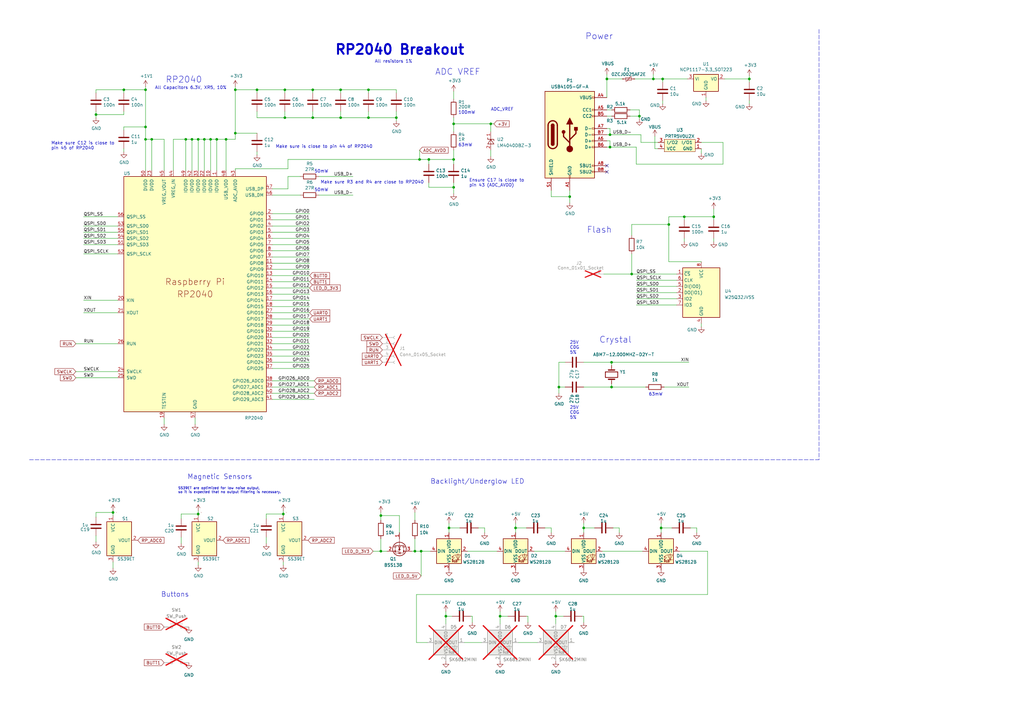
<source format=kicad_sch>
(kicad_sch (version 20230121) (generator eeschema)
  (paper "A3")
  (title_block (title "RP2040 Minimal Design Example") (date "2020-12-18") (rev "REV1") (company "Raspberry Pi (Trading) Ltd"))
  (junction (at 172.085 65.405))
  (junction (at 59.69 36.83))
  (junction (at 250.825 158.75))
  (junction (at 184.15 216.535))
  (junction (at 162.56 48.26))
  (junction (at 46.355 210.185))
  (junction (at 280.67 88.9))
  (junction (at 262.255 47.625))
  (junction (at 96.52 54.61))
  (junction (at 186.055 50.8))
  (junction (at 233.68 80.645))
  (junction (at 205.105 252.73))
  (junction (at 151.13 48.26))
  (junction (at 116.205 210.82))
  (junction (at 267.97 32.385))
  (junction (at 211.455 216.535))
  (junction (at 50.8 36.83))
  (junction (at 86.36 57.15))
  (junction (at 201.295 50.8))
  (junction (at 186.055 65.405))
  (junction (at 271.145 216.535))
  (junction (at 76.2 57.15))
  (junction (at 116.84 48.26))
  (junction (at 271.78 32.385))
  (junction (at 83.82 57.15))
  (junction (at 62.23 57.15))
  (junction (at 156.21 226.06))
  (junction (at 248.92 32.385))
  (junction (at 292.735 88.9))
  (junction (at 92.71 57.15))
  (junction (at 307.34 32.385))
  (junction (at 151.13 36.83))
  (junction (at 250.19 60.325))
  (junction (at 59.69 57.15))
  (junction (at 156.21 211.455))
  (junction (at 96.52 36.83))
  (junction (at 88.9 57.15))
  (junction (at 274.32 92.075))
  (junction (at 59.69 52.07))
  (junction (at 78.74 57.15))
  (junction (at 81.28 57.15))
  (junction (at 81.28 210.82))
  (junction (at 250.825 148.59))
  (junction (at 170.18 226.06))
  (junction (at 250.19 55.245))
  (junction (at 172.72 226.06))
  (junction (at 128.27 36.83))
  (junction (at 229.235 158.75))
  (junction (at 128.27 48.26))
  (junction (at 39.37 46.99))
  (junction (at 227.965 252.73))
  (junction (at 259.08 112.395))
  (junction (at 116.84 36.83))
  (junction (at 105.41 36.83))
  (junction (at 239.395 216.535))
  (junction (at 139.7 48.26))
  (junction (at 175.895 65.405))
  (junction (at 186.055 76.835))
  (junction (at 182.88 252.73))
  (junction (at 139.7 36.83))
  (no_connect (at 248.92 67.945))
  (no_connect (at 248.92 70.485))
  (wire (pts (xy 290.195 226.06) (xy 278.765 226.06)))
  (wire (pts (xy 34.29 100.33) (xy 48.26 100.33)))
  (wire (pts (xy 269.875 60.96) (xy 268.605 60.96)))
  (wire (pts (xy 92.71 69.85) (xy 92.71 57.15)))
  (wire (pts (xy 74.295 220.345) (xy 74.295 222.885)))
  (wire (pts (xy 116.205 210.82) (xy 109.22 210.82)))
  (wire (pts (xy 46.355 230.505) (xy 46.355 233.045)))
  (wire (pts (xy 191.77 226.06) (xy 203.835 226.06)))
  (wire (pts (xy 48.26 128.27) (xy 34.29 128.27)))
  (wire (pts (xy 59.69 36.83) (xy 59.69 52.07)))
  (wire (pts (xy 48.26 104.14) (xy 34.29 104.14)))
  (wire (pts (xy 281.94 32.385) (xy 271.78 32.385)))
  (wire (pts (xy 39.37 36.83) (xy 50.8 36.83)))
  (wire (pts (xy 170.18 226.06) (xy 172.72 226.06)))
  (wire (pts (xy 96.52 35.56) (xy 96.52 36.83)))
  (wire (pts (xy 239.395 216.535) (xy 243.84 216.535)))
  (wire (pts (xy 128.27 36.83) (xy 139.7 36.83)))
  (wire (pts (xy 250.825 157.48) (xy 250.825 158.75)))
  (wire (pts (xy 260.35 32.385) (xy 267.97 32.385)))
  (wire (pts (xy 50.8 60.96) (xy 50.8 62.23)))
  (wire (pts (xy 50.8 52.07) (xy 59.69 52.07)))
  (wire (pts (xy 292.735 90.17) (xy 292.735 88.9)))
  (wire (pts (xy 111.76 151.13) (xy 127 151.13)))
  (wire (pts (xy 111.76 140.97) (xy 127 140.97)))
  (wire (pts (xy 292.735 88.9) (xy 280.67 88.9)))
  (wire (pts (xy 239.395 148.59) (xy 250.825 148.59)))
  (wire (pts (xy 81.28 57.15) (xy 83.82 57.15)))
  (wire (pts (xy 139.7 45.72) (xy 139.7 48.26)))
  (wire (pts (xy 227.965 252.73) (xy 231.14 252.73)))
  (wire (pts (xy 205.105 252.73) (xy 205.105 250.825)))
  (wire (pts (xy 250.825 45.085) (xy 248.92 45.085)))
  (wire (pts (xy 105.41 36.83) (xy 116.84 36.83)))
  (wire (pts (xy 172.72 226.06) (xy 176.53 226.06)))
  (wire (pts (xy 274.32 92.075) (xy 274.32 88.9)))
  (wire (pts (xy 48.26 88.9) (xy 34.29 88.9)))
  (wire (pts (xy 170.18 210.185) (xy 170.18 213.36)))
  (wire (pts (xy 250.825 158.75) (xy 264.795 158.75)))
  (wire (pts (xy 186.055 74.93) (xy 186.055 76.835)))
  (wire (pts (xy 46.355 209.55) (xy 46.355 210.185)))
  (wire (pts (xy 118.11 69.215) (xy 118.11 65.405)))
  (wire (pts (xy 297.18 32.385) (xy 307.34 32.385)))
  (wire (pts (xy 34.29 123.19) (xy 48.26 123.19)))
  (wire (pts (xy 250.19 60.325) (xy 260.985 60.325)))
  (wire (pts (xy 271.145 216.535) (xy 275.59 216.535)))
  (wire (pts (xy 88.9 57.15) (xy 92.71 57.15)))
  (wire (pts (xy 186.055 50.8) (xy 201.295 50.8)))
  (wire (pts (xy 81.28 69.85) (xy 81.28 57.15)))
  (wire (pts (xy 156.21 226.06) (xy 158.75 226.06)))
  (wire (pts (xy 111.76 120.65) (xy 127 120.65)))
  (wire (pts (xy 184.15 216.535) (xy 184.15 218.44)))
  (wire (pts (xy 116.84 48.26) (xy 105.41 48.26)))
  (wire (pts (xy 59.69 57.15) (xy 59.69 69.85)))
  (wire (pts (xy 116.205 210.82) (xy 116.205 211.455)))
  (wire (pts (xy 111.76 138.43) (xy 127 138.43)))
  (wire (pts (xy 111.76 92.71) (xy 127 92.71)))
  (wire (pts (xy 172.72 236.22) (xy 172.72 226.06)))
  (wire (pts (xy 111.76 118.11) (xy 127 118.11)))
  (wire (pts (xy 250.19 55.245) (xy 262.89 55.245)))
  (wire (pts (xy 248.92 47.625) (xy 250.825 47.625)))
  (wire (pts (xy 262.89 58.42) (xy 262.89 55.245)))
  (wire (pts (xy 233.68 80.645) (xy 233.68 83.185)))
  (wire (pts (xy 267.97 32.385) (xy 271.78 32.385)))
  (wire (pts (xy 96.52 54.61) (xy 105.41 54.61)))
  (wire (pts (xy 182.88 252.73) (xy 185.42 252.73)))
  (wire (pts (xy 128.27 38.1) (xy 128.27 36.83)))
  (wire (pts (xy 250.19 52.705) (xy 250.19 55.245)))
  (wire (pts (xy 219.075 226.06) (xy 231.775 226.06)))
  (wire (pts (xy 76.2 69.85) (xy 76.2 57.15)))
  (polyline (pts (xy 335.915 12.065) (xy 335.915 188.595)) (stroke (width 0) (type dash)))
  (wire (pts (xy 116.84 45.72) (xy 116.84 48.26)))
  (wire (pts (xy 96.52 36.83) (xy 96.52 54.61)))
  (wire (pts (xy 81.28 209.55) (xy 81.28 210.82)))
  (wire (pts (xy 250.825 149.86) (xy 250.825 148.59)))
  (wire (pts (xy 231.775 158.75) (xy 229.235 158.75)))
  (wire (pts (xy 198.755 216.535) (xy 198.755 218.44)))
  (wire (pts (xy 156.21 210.185) (xy 156.21 211.455)))
  (wire (pts (xy 186.055 65.405) (xy 186.055 67.31)))
  (wire (pts (xy 287.655 132.715) (xy 287.655 133.985)))
  (wire (pts (xy 170.18 220.98) (xy 170.18 226.06)))
  (wire (pts (xy 105.41 38.1) (xy 105.41 36.83)))
  (wire (pts (xy 248.92 32.385) (xy 248.92 40.005)))
  (wire (pts (xy 62.23 69.85) (xy 62.23 57.15)))
  (wire (pts (xy 254 216.535) (xy 251.46 216.535)))
  (wire (pts (xy 109.22 220.345) (xy 109.22 222.885)))
  (wire (pts (xy 216.535 252.73) (xy 216.535 255.27)))
  (wire (pts (xy 92.71 57.15) (xy 96.52 57.15)))
  (wire (pts (xy 262.255 47.625) (xy 262.255 48.895)))
  (wire (pts (xy 168.91 226.06) (xy 170.18 226.06)))
  (wire (pts (xy 34.29 92.71) (xy 48.26 92.71)))
  (wire (pts (xy 184.15 214.63) (xy 184.15 216.535)))
  (wire (pts (xy 248.92 30.48) (xy 248.92 32.385)))
  (wire (pts (xy 267.97 30.48) (xy 267.97 32.385)))
  (wire (pts (xy 83.82 57.15) (xy 86.36 57.15)))
  (wire (pts (xy 111.76 87.63) (xy 127 87.63)))
  (wire (pts (xy 88.9 57.15) (xy 88.9 69.85)))
  (wire (pts (xy 111.76 107.95) (xy 127 107.95)))
  (wire (pts (xy 172.085 61.595) (xy 172.085 65.405)))
  (wire (pts (xy 307.34 41.275) (xy 307.34 42.545)))
  (wire (pts (xy 162.56 38.1) (xy 162.56 36.83)))
  (wire (pts (xy 170.815 243.84) (xy 290.195 243.84)))
  (wire (pts (xy 227.965 252.73) (xy 227.965 250.825)))
  (wire (pts (xy 130.81 80.01) (xy 144.78 80.01)))
  (wire (pts (xy 247.65 112.395) (xy 259.08 112.395)))
  (wire (pts (xy 111.76 133.35) (xy 127 133.35)))
  (wire (pts (xy 271.78 41.275) (xy 271.78 42.545)))
  (wire (pts (xy 269.875 58.42) (xy 262.89 58.42)))
  (wire (pts (xy 111.76 105.41) (xy 127 105.41)))
  (wire (pts (xy 81.28 210.82) (xy 74.295 210.82)))
  (wire (pts (xy 34.29 95.25) (xy 48.26 95.25)))
  (wire (pts (xy 151.13 38.1) (xy 151.13 36.83)))
  (wire (pts (xy 250.19 60.325) (xy 250.19 57.785)))
  (wire (pts (xy 118.11 72.39) (xy 123.19 72.39)))
  (wire (pts (xy 67.31 69.85) (xy 67.31 57.15)))
  (wire (pts (xy 151.13 45.72) (xy 151.13 48.26)))
  (wire (pts (xy 111.76 130.81) (xy 127 130.81)))
  (wire (pts (xy 80.01 171.45) (xy 80.01 173.99)))
  (wire (pts (xy 111.76 128.27) (xy 127 128.27)))
  (wire (pts (xy 259.08 104.14) (xy 259.08 112.395)))
  (wire (pts (xy 201.295 50.8) (xy 201.295 53.975)))
  (wire (pts (xy 39.37 46.99) (xy 39.37 48.26)))
  (wire (pts (xy 280.67 88.9) (xy 274.32 88.9)))
  (wire (pts (xy 186.055 61.595) (xy 186.055 65.405)))
  (wire (pts (xy 229.235 148.59) (xy 229.235 158.75)))
  (wire (pts (xy 31.115 140.97) (xy 48.26 140.97)))
  (wire (pts (xy 39.37 46.99) (xy 50.8 46.99)))
  (wire (pts (xy 287.655 60.96) (xy 287.655 62.865)))
  (wire (pts (xy 111.76 125.73) (xy 127 125.73)))
  (polyline (pts (xy 12.065 188.595) (xy 335.915 188.595)) (stroke (width 0) (type dash)))
  (wire (pts (xy 111.76 115.57) (xy 127 115.57)))
  (wire (pts (xy 78.74 57.15) (xy 81.28 57.15)))
  (wire (pts (xy 285.75 216.535) (xy 283.21 216.535)))
  (wire (pts (xy 227.965 255.905) (xy 227.965 252.73)))
  (wire (pts (xy 39.37 219.71) (xy 39.37 222.25)))
  (wire (pts (xy 151.13 48.26) (xy 162.56 48.26)))
  (wire (pts (xy 268.605 60.96) (xy 268.605 55.88)))
  (wire (pts (xy 31.115 152.4) (xy 48.26 152.4)))
  (wire (pts (xy 212.725 263.525) (xy 220.345 263.525)))
  (wire (pts (xy 163.83 211.455) (xy 156.21 211.455)))
  (wire (pts (xy 277.495 117.475) (xy 260.985 117.475)))
  (wire (pts (xy 211.455 214.63) (xy 211.455 216.535)))
  (wire (pts (xy 105.41 45.72) (xy 105.41 48.26)))
  (wire (pts (xy 71.12 57.15) (xy 76.2 57.15)))
  (wire (pts (xy 198.755 216.535) (xy 196.215 216.535)))
  (wire (pts (xy 205.105 252.73) (xy 208.28 252.73)))
  (wire (pts (xy 262.255 45.085) (xy 262.255 47.625)))
  (wire (pts (xy 74.295 210.82) (xy 74.295 212.725)))
  (wire (pts (xy 175.895 65.405) (xy 186.055 65.405)))
  (wire (pts (xy 193.675 252.73) (xy 193.675 255.27)))
  (wire (pts (xy 239.395 158.75) (xy 250.825 158.75)))
  (wire (pts (xy 215.9 252.73) (xy 216.535 252.73)))
  (wire (pts (xy 151.13 36.83) (xy 162.56 36.83)))
  (wire (pts (xy 231.775 148.59) (xy 229.235 148.59)))
  (wire (pts (xy 186.055 48.26) (xy 186.055 50.8)))
  (wire (pts (xy 130.81 72.39) (xy 144.78 72.39)))
  (wire (pts (xy 280.67 90.17) (xy 280.67 88.9)))
  (wire (pts (xy 307.34 32.385) (xy 307.34 31.115)))
  (wire (pts (xy 292.735 85.725) (xy 292.735 88.9)))
  (wire (pts (xy 111.76 156.21) (xy 128.905 156.21)))
  (wire (pts (xy 170.815 263.525) (xy 175.26 263.525)))
  (wire (pts (xy 260.985 125.095) (xy 277.495 125.095)))
  (wire (pts (xy 111.76 100.33) (xy 127 100.33)))
  (wire (pts (xy 59.69 35.56) (xy 59.69 36.83)))
  (wire (pts (xy 170.815 243.84) (xy 170.815 263.525)))
  (wire (pts (xy 46.355 210.185) (xy 46.355 211.455)))
  (wire (pts (xy 96.52 69.215) (xy 96.52 69.85)))
  (wire (pts (xy 139.7 48.26) (xy 128.27 48.26)))
  (wire (pts (xy 153.035 226.06) (xy 156.21 226.06)))
  (wire (pts (xy 111.76 163.83) (xy 128.905 163.83)))
  (wire (pts (xy 111.76 158.75) (xy 128.905 158.75)))
  (wire (pts (xy 175.895 65.405) (xy 175.895 67.31)))
  (wire (pts (xy 111.76 113.03) (xy 127 113.03)))
  (wire (pts (xy 39.37 45.72) (xy 39.37 46.99)))
  (wire (pts (xy 163.83 218.44) (xy 163.83 211.455)))
  (wire (pts (xy 229.235 158.75) (xy 229.235 161.29)))
  (wire (pts (xy 116.205 209.55) (xy 116.205 210.82)))
  (wire (pts (xy 186.055 37.465) (xy 186.055 40.64)))
  (wire (pts (xy 105.41 63.5) (xy 105.41 62.23)))
  (wire (pts (xy 205.105 255.905) (xy 205.105 252.73)))
  (wire (pts (xy 239.395 252.73) (xy 239.395 255.27)))
  (wire (pts (xy 239.395 216.535) (xy 239.395 218.44)))
  (wire (pts (xy 307.34 33.655) (xy 307.34 32.385)))
  (wire (pts (xy 111.76 97.79) (xy 127 97.79)))
  (wire (pts (xy 186.055 50.8) (xy 186.055 53.975)))
  (wire (pts (xy 260.985 122.555) (xy 277.495 122.555)))
  (wire (pts (xy 31.115 154.94) (xy 48.26 154.94)))
  (wire (pts (xy 111.76 161.29) (xy 128.905 161.29)))
  (wire (pts (xy 39.37 38.1) (xy 39.37 36.83)))
  (wire (pts (xy 271.78 33.655) (xy 271.78 32.385)))
  (wire (pts (xy 184.15 216.535) (xy 188.595 216.535)))
  (wire (pts (xy 86.36 69.85) (xy 86.36 57.15)))
  (wire (pts (xy 111.76 90.17) (xy 127 90.17)))
  (wire (pts (xy 239.395 214.63) (xy 239.395 216.535)))
  (wire (pts (xy 59.69 52.07) (xy 59.69 57.15)))
  (wire (pts (xy 271.145 216.535) (xy 271.145 218.44)))
  (wire (pts (xy 50.8 36.83) (xy 59.69 36.83)))
  (wire (pts (xy 211.455 216.535) (xy 215.9 216.535)))
  (wire (pts (xy 226.06 78.105) (xy 226.06 80.645)))
  (wire (pts (xy 116.84 36.83) (xy 128.27 36.83)))
  (wire (pts (xy 233.68 78.105) (xy 233.68 80.645)))
  (wire (pts (xy 287.655 58.42) (xy 296.545 58.42)))
  (wire (pts (xy 226.06 80.645) (xy 233.68 80.645)))
  (wire (pts (xy 118.11 72.39) (xy 118.11 77.47)))
  (wire (pts (xy 247.015 226.06) (xy 263.525 226.06)))
  (wire (pts (xy 162.56 48.26) (xy 162.56 49.53)))
  (wire (pts (xy 96.52 54.61) (xy 96.52 57.15)))
  (wire (pts (xy 248.92 32.385) (xy 255.27 32.385)))
  (wire (pts (xy 111.76 110.49) (xy 127 110.49)))
  (wire (pts (xy 258.445 47.625) (xy 262.255 47.625)))
  (wire (pts (xy 182.88 252.73) (xy 182.88 250.825)))
  (wire (pts (xy 118.11 65.405) (xy 172.085 65.405)))
  (wire (pts (xy 111.76 80.01) (xy 123.19 80.01)))
  (wire (pts (xy 67.31 57.15) (xy 62.23 57.15)))
  (wire (pts (xy 274.32 92.075) (xy 274.32 107.315)))
  (wire (pts (xy 274.32 107.315) (xy 287.655 107.315)))
  (wire (pts (xy 250.825 148.59) (xy 282.575 148.59)))
  (wire (pts (xy 78.74 69.85) (xy 78.74 57.15)))
  (wire (pts (xy 67.31 171.45) (xy 67.31 173.99)))
  (wire (pts (xy 111.76 77.47) (xy 118.11 77.47)))
  (wire (pts (xy 81.28 231.775) (xy 81.28 230.505)))
  (wire (pts (xy 162.56 45.72) (xy 162.56 48.26)))
  (wire (pts (xy 248.92 52.705) (xy 250.19 52.705)))
  (wire (pts (xy 139.7 38.1) (xy 139.7 36.83)))
  (wire (pts (xy 116.84 38.1) (xy 116.84 36.83)))
  (wire (pts (xy 111.76 123.19) (xy 127 123.19)))
  (wire (pts (xy 211.455 216.535) (xy 211.455 218.44)))
  (wire (pts (xy 111.76 146.05) (xy 127 146.05)))
  (wire (pts (xy 260.985 114.935) (xy 277.495 114.935)))
  (wire (pts (xy 111.76 102.87) (xy 127 102.87)))
  (wire (pts (xy 128.27 45.72) (xy 128.27 48.26)))
  (wire (pts (xy 290.195 226.06) (xy 290.195 243.84)))
  (wire (pts (xy 296.545 58.42) (xy 296.545 67.31)))
  (wire (pts (xy 50.8 38.1) (xy 50.8 36.83)))
  (wire (pts (xy 172.085 65.405) (xy 175.895 65.405)))
  (wire (pts (xy 156.21 211.455) (xy 156.21 213.36)))
  (wire (pts (xy 34.29 97.79) (xy 48.26 97.79)))
  (wire (pts (xy 272.415 158.75) (xy 282.575 158.75)))
  (wire (pts (xy 111.76 95.25) (xy 127 95.25)))
  (wire (pts (xy 175.895 74.93) (xy 175.895 76.835)))
  (wire (pts (xy 111.76 135.89) (xy 127 135.89)))
  (wire (pts (xy 182.88 255.905) (xy 182.88 252.73)))
  (wire (pts (xy 62.23 57.15) (xy 59.69 57.15)))
  (wire (pts (xy 156.21 220.98) (xy 156.21 226.06)))
  (wire (pts (xy 259.08 92.075) (xy 259.08 96.52)))
  (wire (pts (xy 259.08 112.395) (xy 277.495 112.395)))
  (wire (pts (xy 111.76 148.59) (xy 127 148.59)))
  (wire (pts (xy 248.92 57.785) (xy 250.19 57.785)))
  (wire (pts (xy 296.545 67.31) (xy 260.985 67.31)))
  (wire (pts (xy 260.985 67.31) (xy 260.985 60.325)))
  (wire (pts (xy 96.52 69.215) (xy 118.11 69.215)))
  (wire (pts (xy 280.67 97.79) (xy 280.67 99.06)))
  (wire (pts (xy 39.37 210.185) (xy 39.37 212.09)))
  (wire (pts (xy 71.12 69.85) (xy 71.12 57.15)))
  (wire (pts (xy 226.06 216.535) (xy 226.06 218.44)))
  (wire (pts (xy 248.92 55.245) (xy 250.19 55.245)))
  (wire (pts (xy 190.5 263.525) (xy 197.485 263.525)))
  (wire (pts (xy 285.75 216.535) (xy 285.75 218.44)))
  (wire (pts (xy 76.2 57.15) (xy 78.74 57.15)))
  (wire (pts (xy 259.08 92.075) (xy 274.32 92.075)))
  (wire (pts (xy 81.28 210.82) (xy 81.28 211.455)))
  (wire (pts (xy 83.82 69.85) (xy 83.82 57.15)))
  (wire (pts (xy 186.055 76.835) (xy 186.055 79.375)))
  (wire (pts (xy 46.355 210.185) (xy 39.37 210.185)))
  (wire (pts (xy 116.205 231.775) (xy 116.205 230.505)))
  (wire (pts (xy 277.495 120.015) (xy 260.985 120.015)))
  (wire (pts (xy 262.255 45.085) (xy 258.445 45.085)))
  (wire (pts (xy 289.56 40.005) (xy 289.56 41.275)))
  (wire (pts (xy 226.06 216.535) (xy 223.52 216.535)))
  (wire (pts (xy 254 216.535) (xy 254 218.44)))
  (wire (pts (xy 50.8 46.99) (xy 50.8 45.72)))
  (wire (pts (xy 128.27 48.26) (xy 116.84 48.26)))
  (wire (pts (xy 50.8 53.34) (xy 50.8 52.07)))
  (wire (pts (xy 139.7 48.26) (xy 151.13 48.26)))
  (wire (pts (xy 201.295 50.8) (xy 202.565 50.8)))
  (wire (pts (xy 139.7 36.83) (xy 151.13 36.83)))
  (wire (pts (xy 248.92 60.325) (xy 250.19 60.325)))
  (wire (pts (xy 201.295 61.595) (xy 201.295 64.135)))
  (wire (pts (xy 271.145 214.63) (xy 271.145 216.535)))
  (wire (pts (xy 111.76 143.51) (xy 127 143.51)))
  (wire (pts (xy 86.36 57.15) (xy 88.9 57.15)))
  (wire (pts (xy 109.22 210.82) (xy 109.22 212.725)))
  (wire (pts (xy 292.735 97.79) (xy 292.735 99.06)))
  (wire (pts (xy 238.76 252.73) (xy 239.395 252.73)))
  (wire (pts (xy 175.895 76.835) (xy 186.055 76.835)))
  (wire (pts (xy 193.675 252.73) (xy 193.04 252.73)))
  (wire (pts (xy 96.52 36.83) (xy 105.41 36.83)))
  (image (at 152.4 -170.815) (scale 5.52324))
  (image (at -136.525 45.085) (scale 2.69118))
  (text "RP2040 Breakout\n" (at 137.16 22.86 0) (effects (font (size 4 4) (thickness 0.8) bold) (justify left bottom)))
  (text "All Capacitors 6.3V, XR5, 10%" (at 63.5 36.83 0) (effects (font (size 1.27 1.27)) (justify left bottom)))
  (text "Make sure C12 is close to \npin 45 of RP2040" (at 20.955 61.595 0) (effects (font (size 1.27 1.27)) (justify left bottom)))
  (text "ADC VREF" (at 178.435 31.115 0) (effects (font (size 2.54 2.54)) (justify left bottom)))
  (text "63mW" (at 266.065 162.56 0) (effects (font (size 1.27 1.27)) (justify left bottom)))
  (text "25V\nC0G\n5%" (at 233.68 145.415 0) (effects (font (size 1.27 1.27)) (justify left bottom)))
  (text "ADC_VREF" (at 201.295 45.72 0) (effects (font (size 1.27 1.27)) (justify left bottom)))
  (text "Make sure R3 and R4 are close to RP2040" (at 131.445 75.565 0) (effects (font (size 1.27 1.27)) (justify left bottom)))
  (text "Magnetic Sensors" (at 76.835 196.85 0) (effects (font (size 2 2)) (justify left bottom)))
  (text "Backlight/Underglow LED" (at 176.53 198.755 0) (effects (font (size 2 2)) (justify left bottom)))
  (text "63mW" (at 187.96 60.325 0) (effects (font (size 1.27 1.27)) (justify left bottom)))
  (text "RP2040" (at 67.945 34.29 0) (effects (font (size 2.54 2.54)) (justify left bottom)))
  (text "SS39ET are optimized for low noise output, \nso it is expected that no output filtering is necessary." (at 73.025 202.565 0) (effects (font (size 1 1)) (justify left bottom)))
  (text "Power" (at 240.03 16.51 0) (effects (font (size 2.54 2.54)) (justify left bottom)))
  (text "Buttons" (at 66.04 245.11 0) (effects (font (size 2 2)) (justify left bottom)))
  (text "Crystal" (at 245.745 140.97 0) (effects (font (size 2.54 2.54)) (justify left bottom)))
  (text "Make sure is close to pin 44 of RP2040" (at 113.03 60.96 0) (effects (font (size 1.27 1.27)) (justify left bottom)))
  (text "All resistors 1%" (at 153.67 26.035 0) (effects (font (size 1.27 1.27)) (justify left bottom)))
  (text "50mW" (at 128.905 71.12 0) (effects (font (size 1.27 1.27)) (justify left bottom)))
  (text "25V\nC0G\n5%" (at 233.68 172.085 0) (effects (font (size 1.27 1.27)) (justify left bottom)))
  (text "50mW" (at 128.905 78.74 0) (effects (font (size 1.27 1.27)) (justify left bottom)))
  (text "Flash" (at 240.665 95.885 0) (effects (font (size 2.54 2.54)) (justify left bottom)))
  (text "Ensure C17 is close to \npin 43 (ADC_AVDD)" (at 192.405 76.835 0) (effects (font (size 1.27 1.27)) (justify left bottom)))
  (text "100mW" (at 187.96 46.99 0) (effects (font (size 1.27 1.27)) (justify left bottom)))
  (label "GPIO3" (at 127 95.25 180))
  (label "QSPI_SCLK" (at 260.985 114.935 0))
  (label "QSPI_SD2" (at 260.985 122.555 0))
  (label "GPIO22" (at 127 143.51 180))
  (label "QSPI_SD0" (at 260.985 117.475 0))
  (label "GPIO0" (at 127 87.63 180))
  (label "QSPI_SD3" (at 34.29 100.33 0))
  (label "GPIO15" (at 127 125.73 180))
  (label "GPIO2" (at 127 92.71 180))
  (label "GPIO19" (at 127 135.89 180))
  (label "XOUT" (at 34.29 128.27 0))
  (label "GPIO6" (at 127 102.87 180))
  (label "QSPI_SD1" (at 260.985 120.015 0))
  (label "QSPI_SD0" (at 34.29 92.71 0))
  (label "GPIO23" (at 127 146.05 180))
  (label "GPIO28_ADC2" (at 127 161.29 180))
  (label "GPIO17" (at 127 130.81 180))
  (label "XIN" (at 34.29 123.19 0))
  (label "USB_D+" (at 259.08 60.325 180))
  (label "USB_D+" (at 144.78 72.39 180))
  (label "USB_D-" (at 144.78 80.01 180))
  (label "SWD" (at 34.29 154.94 0))
  (label "GPIO13" (at 127 120.65 180))
  (label "GPIO5" (at 127 100.33 180))
  (label "GPIO29_ADC3" (at 127 163.83 180))
  (label "GPIO24" (at 127 148.59 180))
  (label "GPIO21" (at 127 140.97 180))
  (label "QSPI_SD3" (at 260.985 125.095 0))
  (label "GPIO10" (at 127 113.03 180))
  (label "GPIO1" (at 127 90.17 180))
  (label "RUN" (at 34.29 140.97 0))
  (label "SWCLK" (at 34.29 152.4 0))
  (label "GPIO9" (at 127 110.49 180))
  (label "XIN" (at 282.575 148.59 180))
  (label "GPIO16" (at 127 128.27 180))
  (label "GPIO20" (at 127 138.43 180))
  (label "GPIO4" (at 127 97.79 180))
  (label "GPIO8" (at 127 107.95 180))
  (label "QSPI_SD1" (at 34.29 95.25 0))
  (label "GPIO18" (at 127 133.35 180))
  (label "GPIO25" (at 127 151.13 180))
  (label "XOUT" (at 282.575 158.75 180))
  (label "GPIO12" (at 127 118.11 180))
  (label "QSPI_SCLK" (at 34.29 104.14 0))
  (label "GPIO26_ADC0" (at 127 156.21 180))
  (label "USB_D-" (at 259.08 55.245 180))
  (label "QSPI_SS" (at 34.29 88.9 0))
  (label "GPIO14" (at 127 123.19 180))
  (label "GPIO7" (at 127 105.41 180))
  (label "GPIO11" (at 127 115.57 180))
  (label "GPIO27_ADC1" (at 127 158.75 180))
  (label "QSPI_SS" (at 260.985 112.395 0))
  (label "QSPI_SD2" (at 34.29 97.79 0))
  (global_label "+3V" (shape input) (at 202.565 50.8 0) (property "Intersheetrefs" "${INTERSHEET_REFS}" (effects hide)))
  (global_label "LED_D_3V3" (shape input) (at 153.035 226.06 180) (property "Intersheetrefs" "${INTERSHEET_REFS}" (effects hide)))
  (global_label "RP_ADC0" (shape input) (at 56.515 221.615 0) (property "Intersheetrefs" "${INTERSHEET_REFS}" (effects hide)))
  (global_label "RUN" (shape input) (at 156.845 143.51 180) (property "Intersheetrefs" "${INTERSHEET_REFS}" (effects hide)))
  (global_label "UART1" (shape input) (at 156.845 148.59 180) (property "Intersheetrefs" "${INTERSHEET_REFS}" (effects hide)))
  (global_label "RP_ADC1" (shape input) (at 128.905 158.75 0) (property "Intersheetrefs" "${INTERSHEET_REFS}" (effects hide)))
  (global_label "RP_ADC0" (shape input) (at 128.905 156.21 0) (property "Intersheetrefs" "${INTERSHEET_REFS}" (effects hide)))
  (global_label "SWCLK" (shape input) (at 156.845 138.43 180) (property "Intersheetrefs" "${INTERSHEET_REFS}" (effects hide)))
  (global_label "RP_ADC2" (shape input) (at 126.365 221.615 0) (property "Intersheetrefs" "${INTERSHEET_REFS}" (effects hide)))
  (global_label "ADC_AVDD" (shape input) (at 172.085 61.595 0) (property "Intersheetrefs" "${INTERSHEET_REFS}" (effects hide)))
  (global_label "BUTT0" (shape input) (at 127 113.03 0) (property "Intersheetrefs" "${INTERSHEET_REFS}" (effects hide)))
  (global_label "BUTT0" (shape input) (at 67.31 257.175 180) (property "Intersheetrefs" "${INTERSHEET_REFS}" (effects hide)))
  (global_label "RP_ADC1" (shape input) (at 91.44 221.615 0) (property "Intersheetrefs" "${INTERSHEET_REFS}" (effects hide)))
  (global_label "LED_D_5V" (shape input) (at 172.72 236.22 180) (property "Intersheetrefs" "${INTERSHEET_REFS}" (effects hide)))
  (global_label "RP_ADC2" (shape input) (at 128.905 161.29 0) (property "Intersheetrefs" "${INTERSHEET_REFS}" (effects hide)))
  (global_label "LED_D_3V3" (shape input) (at 127 118.11 0) (property "Intersheetrefs" "${INTERSHEET_REFS}" (effects hide)))
  (global_label "BUTT1" (shape input) (at 127 115.57 0) (property "Intersheetrefs" "${INTERSHEET_REFS}" (effects hide)))
  (global_label "BUTT1" (shape input) (at 67.31 271.78 180) (property "Intersheetrefs" "${INTERSHEET_REFS}" (effects hide)))
  (global_label "UART1" (shape input) (at 127 130.81 0) (property "Intersheetrefs" "${INTERSHEET_REFS}" (effects hide)))
  (global_label "SWD" (shape input) (at 156.845 140.97 180) (property "Intersheetrefs" "${INTERSHEET_REFS}" (effects hide)))
  (global_label "SWD" (shape input) (at 31.115 154.94 180) (property "Intersheetrefs" "${INTERSHEET_REFS}" (effects hide)))
  (global_label "UART0" (shape input) (at 127 128.27 0) (property "Intersheetrefs" "${INTERSHEET_REFS}" (effects hide)))
  (global_label "SWCLK" (shape input) (at 31.115 152.4 180) (property "Intersheetrefs" "${INTERSHEET_REFS}" (effects hide)))
  (global_label "RUN" (shape input) (at 31.115 140.97 180) (property "Intersheetrefs" "${INTERSHEET_REFS}" (effects hide)))
  (global_label "UART0" (shape input) (at 156.845 146.05 180) (property "Intersheetrefs" "${INTERSHEET_REFS}" (effects hide)))
  (symbol (lib_id "MCU_RaspberryPi_RP2040:RP2040") (at 80.01 120.65 0) (unit 1)
    (property "Reference" "U5" (at 52.07 71.12 0))
    (property "Value" "RP2040" (at 104.14 171.45 0))
    (property "Footprint" "RP2040_minimal:RP2040-QFN-56" (effects hide))
  )
  (symbol (lib_id "Device:C") (at 235.585 148.59 270) (unit 1)
    (property "Reference" "C17" (at 236.7534 151.511 0) (effects (justify left)))
    (property "Value" "27p" (at 234.442 151.511 0) (effects (justify left)))
    (property "Footprint" "Capacitor_SMD:C_0402_1005Metric" (effects hide))
  )
  (symbol (lib_id "Device:C") (at 235.585 158.75 270) (unit 1)
    (property "Reference" "C18" (at 236.7534 161.671 0) (effects (justify left)))
    (property "Value" "27p" (at 234.442 161.671 0) (effects (justify left)))
    (property "Footprint" "Capacitor_SMD:C_0402_1005Metric" (effects hide))
  )
  (symbol (lib_id "power:GND") (at 229.235 161.29 0) (unit 1)
    (property "Reference" "#PWR024" (effects hide))
    (property "Value" "GND" (at 229.362 165.6842 0))
  )
  (symbol (lib_id "power:+3V3") (at 292.735 85.725 0) (unit 1)
    (property "Reference" "#PWR020" (effects hide))
    (property "Value" "+3V3" (at 293.116 81.3308 0))
  )
  (symbol (lib_id "power:GND") (at 287.655 133.985 0) (unit 1)
    (property "Reference" "#PWR023" (effects hide))
    (property "Value" "GND" (at 283.845 135.255 0))
  )
  (symbol (lib_id "Device:R") (at 259.08 100.33 0) (unit 1)
    (property "Reference" "R7" (at 260.858 99.1616 0) (effects (justify left)))
    (property "Value" "10k" (at 260.858 101.473 0) (effects (justify left)))
    (property "Footprint" "Capacitor_SMD:C_0402_1005Metric" (effects hide))
  )
  (symbol (lib_id "Device:C") (at 280.67 93.98 0) (unit 1)
    (property "Reference" "C15" (at 283.591 92.8116 0) (effects (justify left)))
    (property "Value" "100n" (at 283.591 95.123 0) (effects (justify left)))
    (property "Footprint" "Capacitor_SMD:C_0402_1005Metric" (effects hide))
  )
  (symbol (lib_id "power:GND") (at 280.67 99.06 0) (unit 1)
    (property "Reference" "#PWR021" (effects hide))
    (property "Value" "GND" (at 284.48 100.33 0))
  )
  (symbol (lib_id "power:GND") (at 80.01 173.99 0) (unit 1)
    (property "Reference" "#PWR026" (effects hide))
    (property "Value" "GND" (at 80.137 178.3842 0))
  )
  (symbol (lib_id "power:GND") (at 67.31 173.99 0) (unit 1)
    (property "Reference" "#PWR025" (effects hide))
    (property "Value" "GND" (at 67.437 178.3842 0))
  )
  (symbol (lib_id "Device:R") (at 127 72.39 270) (unit 1)
    (property "Reference" "R5" (at 127 67.1322 90))
    (property "Value" "27R" (at 127 69.4436 90))
    (property "Footprint" "Capacitor_SMD:C_0402_1005Metric" (effects hide))
  )
  (symbol (lib_id "Device:R") (at 127 80.01 270) (unit 1)
    (property "Reference" "R6" (at 127 74.7522 90))
    (property "Value" "27R" (at 127 77.0636 90))
    (property "Footprint" "Capacitor_SMD:C_0402_1005Metric" (effects hide))
  )
  (symbol (lib_id "power:GND") (at 233.68 83.185 0) (unit 1)
    (property "Reference" "#PWR019" (effects hide))
    (property "Value" "GND" (at 233.807 87.5792 0))
  )
  (symbol (lib_id "power:+3V3") (at 96.52 35.56 0) (unit 1)
    (property "Reference" "#PWR05" (effects hide))
    (property "Value" "+3V3" (at 96.901 31.1658 0))
  )
  (symbol (lib_id "power:+1V1") (at 59.69 35.56 0) (unit 1)
    (property "Reference" "#PWR04" (effects hide))
    (property "Value" "+1V1" (at 60.071 31.1658 0))
  )
  (symbol (lib_id "Device:C") (at 105.41 41.91 0) (unit 1)
    (property "Reference" "C5" (at 108.331 40.7416 0) (effects (justify left)))
    (property "Value" "100n" (at 108.331 43.053 0) (effects (justify left)))
    (property "Footprint" "Capacitor_SMD:C_0402_1005Metric" (effects hide))
  )
  (symbol (lib_id "Device:C") (at 116.84 41.91 0) (unit 1)
    (property "Reference" "C6" (at 119.761 40.7416 0) (effects (justify left)))
    (property "Value" "100n" (at 119.761 43.053 0) (effects (justify left)))
    (property "Footprint" "Capacitor_SMD:C_0402_1005Metric" (effects hide))
  )
  (symbol (lib_id "Device:C") (at 128.27 41.91 0) (unit 1)
    (property "Reference" "C7" (at 131.191 40.7416 0) (effects (justify left)))
    (property "Value" "100n" (at 131.191 43.053 0) (effects (justify left)))
    (property "Footprint" "Capacitor_SMD:C_0402_1005Metric" (effects hide))
  )
  (symbol (lib_id "Device:C") (at 139.7 41.91 0) (unit 1)
    (property "Reference" "C8" (at 142.621 40.7416 0) (effects (justify left)))
    (property "Value" "100n" (at 142.621 43.053 0) (effects (justify left)))
    (property "Footprint" "Capacitor_SMD:C_0402_1005Metric" (effects hide))
  )
  (symbol (lib_id "Device:C") (at 151.13 41.91 0) (unit 1)
    (property "Reference" "C9" (at 154.051 40.7416 0) (effects (justify left)))
    (property "Value" "100n" (at 154.051 43.053 0) (effects (justify left)))
    (property "Footprint" "Capacitor_SMD:C_0402_1005Metric" (effects hide))
  )
  (symbol (lib_id "Device:C") (at 162.56 41.91 0) (unit 1)
    (property "Reference" "C10" (at 165.481 40.7416 0) (effects (justify left)))
    (property "Value" "100n" (at 165.481 43.053 0) (effects (justify left)))
    (property "Footprint" "Capacitor_SMD:C_0402_1005Metric" (effects hide))
  )
  (symbol (lib_id "Device:C") (at 39.37 41.91 0) (unit 1)
    (property "Reference" "C3" (at 42.291 40.7416 0) (effects (justify left)))
    (property "Value" "100n" (at 42.291 43.053 0) (effects (justify left)))
    (property "Footprint" "Capacitor_SMD:C_0402_1005Metric" (effects hide))
  )
  (symbol (lib_id "Device:C") (at 50.8 41.91 0) (unit 1)
    (property "Reference" "C4" (at 53.721 40.7416 0) (effects (justify left)))
    (property "Value" "100n" (at 53.721 43.053 0) (effects (justify left)))
    (property "Footprint" "Capacitor_SMD:C_0402_1005Metric" (effects hide))
  )
  (symbol (lib_id "Device:C") (at 50.8 57.15 0) (unit 1)
    (property "Reference" "C11" (at 53.721 55.9816 0) (effects (justify left)))
    (property "Value" "1u" (at 53.721 58.293 0) (effects (justify left)))
    (property "Footprint" "Capacitor_SMD:C_0402_1005Metric" (effects hide))
  )
  (symbol (lib_id "Device:C") (at 105.41 58.42 0) (unit 1)
    (property "Reference" "C12" (at 108.331 57.2516 0) (effects (justify left)))
    (property "Value" "1u" (at 108.331 59.563 0) (effects (justify left)))
    (property "Footprint" "Capacitor_SMD:C_0402_1005Metric" (effects hide))
  )
  (symbol (lib_id "power:GND") (at 162.56 49.53 0) (unit 1)
    (property "Reference" "#PWR012" (effects hide))
    (property "Value" "GND" (at 162.687 53.9242 0))
  )
  (symbol (lib_id "power:GND") (at 39.37 48.26 0) (unit 1)
    (property "Reference" "#PWR010" (effects hide))
    (property "Value" "GND" (at 39.497 52.6542 0))
  )
  (symbol (lib_id "power:GND") (at 50.8 62.23 0) (unit 1)
    (property "Reference" "#PWR014" (effects hide))
    (property "Value" "GND" (at 50.927 66.6242 0))
  )
  (symbol (lib_id "power:GND") (at 105.41 63.5 0) (unit 1)
    (property "Reference" "#PWR016" (effects hide))
    (property "Value" "GND" (at 105.537 67.8942 0))
  )
  (symbol (lib_id "Regulator_Linear:NCP1117-3.3_SOT223") (at 289.56 32.385 0) (unit 1)
    (property "Reference" "U1" (at 289.56 26.2382 0))
    (property "Value" "NCP1117-3.3_SOT223" (at 289.56 28.5496 0))
    (property "Footprint" "Package_TO_SOT_SMD:SOT-223-3_TabPin2" (effects hide))
    (property "Datasheet" "http://www.onsemi.com/pub_link/Collateral/NCP1117-D.PDF" (effects hide))
  )
  (symbol (lib_id "power:GND") (at 289.56 41.275 0) (unit 1)
    (property "Reference" "#PWR07" (effects hide))
    (property "Value" "GND" (at 285.75 42.545 0))
  )
  (symbol (lib_id "power:+3V3") (at 307.34 31.115 0) (unit 1)
    (property "Reference" "#PWR03" (effects hide))
    (property "Value" "+3V3" (at 307.721 26.7208 0))
  )
  (symbol (lib_id "Device:C") (at 271.78 37.465 0) (unit 1)
    (property "Reference" "C1" (at 274.701 36.2966 0) (effects (justify left)))
    (property "Value" "10u" (at 274.701 38.608 0) (effects (justify left)))
    (property "Footprint" "Capacitor_SMD:C_0805_2012Metric" (effects hide))
  )
  (symbol (lib_id "Device:C") (at 307.34 37.465 0) (unit 1)
    (property "Reference" "C2" (at 310.261 36.2966 0) (effects (justify left)))
    (property "Value" "10u" (at 310.261 38.608 0) (effects (justify left)))
    (property "Footprint" "Capacitor_SMD:C_0805_2012Metric" (effects hide))
  )
  (symbol (lib_id "power:GND") (at 271.78 42.545 0) (unit 1)
    (property "Reference" "#PWR08" (effects hide))
    (property "Value" "GND" (at 268.605 43.18 0))
  )
  (symbol (lib_id "power:GND") (at 307.34 42.545 0) (unit 1)
    (property "Reference" "#PWR09" (effects hide))
    (property "Value" "GND" (at 303.53 43.815 0))
  )
  (symbol (lib_id "Device:R") (at 268.605 158.75 270) (unit 1)
    (property "Reference" "R8" (at 268.605 153.4922 90))
    (property "Value" "1k" (at 268.605 155.8036 90))
    (property "Footprint" "Capacitor_SMD:C_0402_1005Metric" (effects hide))
  )
  (symbol (lib_id "Device:Crystal") (at 250.825 153.67 270) (unit 1)
    (property "Reference" "Y1" (at 254.1524 152.5016 90) (effects (justify left)))
    (property "Value" "ABM7-12.000MHZ-D2Y-T" (at 243.205 145.415 90) (effects (justify left)))
    (property "Footprint" "Crystal:Crystal_SMD_Abracon_ABM7-2Pin_6.0x3.5mm" (effects hide))
  )
  (symbol (lib_id "power:GND") (at 262.255 48.895 0) (unit 1)
    (property "Reference" "#PWR011" (effects hide))
    (property "Value" "GND" (at 264.795 48.895 0))
  )
  (symbol (lib_id "power:+5V") (at 205.105 250.825 0) (unit 1)
    (property "Reference" "#PWR035" (effects hide))
    (property "Value" "+5V" (at 205.105 247.015 0))
  )
  (symbol (lib_id "power:GND") (at 186.055 79.375 0) (unit 1)
    (property "Reference" "#PWR018" (effects hide))
    (property "Value" "GND" (at 186.182 83.7692 0))
  )
  (symbol (lib_id "Device:C") (at 175.895 71.12 0) (unit 1)
    (property "Reference" "C13" (at 178.816 69.9516 0) (effects (justify left)))
    (property "Value" "100n" (at 178.816 72.263 0) (effects (justify left)))
    (property "Footprint" "Capacitor_SMD:C_0402_1005Metric" (effects hide))
  )
  (symbol (lib_id "power:VBUS") (at 268.605 55.88 0) (unit 1)
    (property "Reference" "#PWR013" (effects hide))
    (property "Value" "VBUS" (at 268.605 52.07 0))
  )
  (symbol (lib_id "Device:C") (at 189.23 252.73 90) (unit 1)
    (property "Reference" "C26" (at 191.135 247.65 90) (effects (justify left)))
    (property "Value" "1u" (at 190.373 249.809 90) (effects (justify left)))
    (property "Footprint" "Capacitor_SMD:C_0402_1005Metric" (effects hide))
  )
  (symbol (lib_id "Device:C") (at 39.37 215.9 180) (unit 1)
    (property "Reference" "C19" (at 36.83 217.17 0) (effects (justify left)))
    (property "Value" "1u" (at 36.195 215.265 0) (effects (justify left)))
    (property "Footprint" "Capacitor_SMD:C_0402_1005Metric" (effects hide))
  )
  (symbol (lib_name "GND_1") (lib_id "power:GND") (at 285.75 218.44 0) (unit 1)
    (property "Reference" "#PWR039" (effects hide))
    (property "Value" "GND" (at 285.75 222.885 0))
  )
  (symbol (lib_id "Device:C") (at 186.055 71.12 0) (unit 1)
    (property "Reference" "C14" (at 188.976 69.9516 0) (effects (justify left)))
    (property "Value" "1u" (at 188.976 72.263 0) (effects (justify left)))
    (property "Footprint" "Capacitor_SMD:C_0402_1005Metric" (effects hide))
  )
  (symbol (lib_id "power:+5V") (at 267.97 30.48 0) (unit 1)
    (property "Reference" "#PWR061" (effects hide))
    (property "Value" "+5V" (at 267.97 26.67 0))
  )
  (symbol (lib_id "LED:SK6812MINI") (at 205.105 263.525 0) (unit 1) (dnp yes)
    (property "Reference" "D6" (at 208.28 257.175 0))
    (property "Value" "SK6812MINI" (at 212.09 270.51 0))
    (property "Footprint" "LED_SMD:LED_SK6812MINI_PLCC4_3.5x3.5mm_P1.75mm" (effects hide))
    (property "Datasheet" "https://cdn-shop.adafruit.com/product-files/2686/SK6812MINI_REV.01-1-2.pdf" (effects hide))
  )
  (symbol (lib_name "GND_1") (lib_id "power:GND") (at 77.47 257.175 0) (unit 1)
    (property "Reference" "#PWR056" (effects hide))
    (property "Value" "GND" (at 77.47 262.255 0))
  )
  (symbol (lib_name "GND_1") (lib_id "power:GND") (at 182.88 271.145 0) (unit 1)
    (property "Reference" "#PWR057" (effects hide))
    (property "Value" "GND" (at 182.88 275.59 0))
  )
  (symbol (lib_id "power:GND") (at 109.22 222.885 0) (unit 1)
    (property "Reference" "#PWR044" (effects hide))
    (property "Value" "GND" (at 109.347 227.2792 0))
  )
  (symbol (lib_id "power:+5V") (at 239.395 214.63 0) (unit 1)
    (property "Reference" "#PWR033" (effects hide))
    (property "Value" "+5V" (at 239.395 210.82 0))
  )
  (symbol (lib_id "Device:C") (at 192.405 216.535 90) (unit 1)
    (property "Reference" "C22" (at 194.31 211.455 90) (effects (justify left)))
    (property "Value" "1u" (at 193.548 213.614 90) (effects (justify left)))
    (property "Footprint" "Capacitor_SMD:C_0402_1005Metric" (effects hide))
  )
  (symbol (lib_name "GND_1") (lib_id "power:GND") (at 77.47 271.78 0) (unit 1)
    (property "Reference" "#PWR060" (effects hide))
    (property "Value" "GND" (at 77.47 276.86 0))
  )
  (symbol (lib_id "Device:R") (at 186.055 44.45 0) (unit 1)
    (property "Reference" "R1" (at 187.96 41.91 0) (effects (justify left)))
    (property "Value" "200R" (at 187.96 43.815 0) (effects (justify left)))
    (property "Footprint" "Capacitor_SMD:C_0603_1608Metric" (effects hide))
  )
  (symbol (lib_id "Reference_Voltage:LM4040DBZ-3") (at 201.295 57.785 90) (unit 1)
    (property "Reference" "U2" (at 203.835 57.15 90) (effects (justify right)))
    (property "Value" "LM4040DBZ-3" (at 203.835 59.69 90) (effects (justify right)))
    (property "Footprint" "Package_TO_SOT_SMD:SOT-23" (effects hide))
    (property "Datasheet" "http://www.ti.com/lit/ds/symlink/lm4040-n.pdf" (effects hide))
  )
  (symbol (lib_name "GND_1") (lib_id "power:GND") (at 254 218.44 0) (unit 1)
    (property "Reference" "#PWR038" (effects hide))
    (property "Value" "GND" (at 254 222.885 0))
  )
  (symbol (lib_id "power:+3V3") (at 81.28 209.55 0) (unit 1)
    (property "Reference" "#PWR028" (effects hide))
    (property "Value" "+3V3" (at 81.661 205.1558 0))
  )
  (symbol (lib_id "Device:C") (at 109.22 216.535 180) (unit 1)
    (property "Reference" "C21" (at 106.299 217.7034 0) (effects (justify left)))
    (property "Value" "1u" (at 106.299 215.392 0) (effects (justify left)))
    (property "Footprint" "Capacitor_SMD:C_0402_1005Metric" (effects hide))
  )
  (symbol (lib_id "power:+5V") (at 182.88 250.825 0) (unit 1)
    (property "Reference" "#PWR050" (effects hide))
    (property "Value" "+5V" (at 182.88 247.015 0))
  )
  (symbol (lib_name "GND_1") (lib_id "power:GND") (at 211.455 233.68 0) (unit 1)
    (property "Reference" "#PWR047" (effects hide))
    (property "Value" "GND" (at 211.455 238.125 0))
  )
  (symbol (lib_id "Connector:USB_C_Receptacle_USB2.0") (at 233.68 55.245 0) (unit 1)
    (property "Reference" "P1" (at 233.68 33.02 0))
    (property "Value" "USB4105-GF-A" (at 233.68 35.56 0))
    (property "Footprint" "Connector_USB:USB_C_Receptacle_GCT_USB4105-xx-A_16P_TopMnt_Horizontal" (effects hide))
    (property "Datasheet" "https://www.usb.org/sites/default/files/documents/usb_type-c.zip" (effects hide))
  )
  (symbol (lib_id "Device:C") (at 212.09 252.73 90) (unit 1)
    (property "Reference" "C27" (at 213.995 247.65 90) (effects (justify left)))
    (property "Value" "1u" (at 213.233 249.809 90) (effects (justify left)))
    (property "Footprint" "Capacitor_SMD:C_0402_1005Metric" (effects hide))
  )
  (symbol (lib_id "power:GND") (at 46.355 233.045 0) (unit 1)
    (property "Reference" "#PWR041" (effects hide))
    (property "Value" "GND" (at 46.482 237.4392 0))
  )
  (symbol (lib_id "power:GND") (at 201.295 64.135 0) (unit 1)
    (property "Reference" "#PWR017" (effects hide))
    (property "Value" "GND" (at 201.422 68.5292 0))
  )
  (symbol (lib_id "power:+5V") (at 184.15 214.63 0) (unit 1)
    (property "Reference" "#PWR02" (effects hide))
    (property "Value" "+5V" (at 184.15 210.82 0))
  )
  (symbol (lib_id "Switch:SW_Push") (at 72.39 271.78 0) (unit 1) (dnp yes)
    (property "Reference" "SW2" (at 72.39 265.43 0))
    (property "Value" "SW_Push" (at 72.39 267.97 0))
    (property "Footprint" "Button_Switch_THT:2-1825027-0_Right_Angle_Button" (effects hide))
  )
  (symbol (lib_id "power:GND") (at 39.37 222.25 0) (unit 1)
    (property "Reference" "#PWR040" (effects hide))
    (property "Value" "GND" (at 39.497 226.6442 0))
  )
  (symbol (lib_id "keebio:PRTR5V0U2X") (at 278.765 59.69 180) (unit 1)
    (property "Reference" "U3" (at 278.765 53.34 0))
    (property "Value" "PRTR5V0U2X" (at 278.765 55.88 0))
    (property "Footprint" "Package_TO_SOT_SMD:SOT-143" (effects hide))
  )
  (symbol (lib_id "Device:C") (at 292.735 93.98 0) (unit 1)
    (property "Reference" "C16" (at 295.656 92.8116 0) (effects (justify left)))
    (property "Value" "1u" (at 295.656 95.123 0) (effects (justify left)))
    (property "Footprint" "Capacitor_SMD:C_0402_1005Metric" (effects hide))
  )
  (symbol (lib_name "GND_1") (lib_id "power:GND") (at 239.395 233.68 0) (unit 1)
    (property "Reference" "#PWR048" (effects hide))
    (property "Value" "GND" (at 239.395 238.125 0))
  )
  (symbol (lib_id "LED:SK6812MINI") (at 227.965 263.525 0) (unit 1) (dnp yes)
    (property "Reference" "D7" (at 231.14 257.175 0))
    (property "Value" "SK6812MINI" (at 234.95 270.51 0))
    (property "Footprint" "LED_SMD:LED_SK6812MINI_PLCC4_3.5x3.5mm_P1.75mm" (effects hide))
    (property "Datasheet" "https://cdn-shop.adafruit.com/product-files/2686/SK6812MINI_REV.01-1-2.pdf" (effects hide))
  )
  (symbol (lib_id "Device:C") (at 247.65 216.535 90) (unit 1)
    (property "Reference" "C24" (at 249.555 211.455 90) (effects (justify left)))
    (property "Value" "1u" (at 248.793 213.614 90) (effects (justify left)))
    (property "Footprint" "Capacitor_SMD:C_0402_1005Metric" (effects hide))
  )
  (symbol (lib_id "power:+3V3") (at 116.205 209.55 0) (unit 1)
    (property "Reference" "#PWR029" (effects hide))
    (property "Value" "+3V3" (at 116.586 205.1558 0))
  )
  (symbol (lib_id "power:+3V3") (at 186.055 37.465 0) (unit 1)
    (property "Reference" "#PWR06" (effects hide))
    (property "Value" "+3V3" (at 186.436 33.0708 0))
  )
  (symbol (lib_id "Device:R") (at 170.18 217.17 0) (unit 1)
    (property "Reference" "R10" (at 172.085 215.9 0) (effects (justify left)))
    (property "Value" "10k" (at 172.085 218.4399 0) (effects (justify left)))
    (property "Footprint" "Capacitor_SMD:C_0402_1005Metric" (effects hide))
  )
  (symbol (lib_id "LED:SK6812MINI") (at 182.88 263.525 0) (unit 1) (dnp yes)
    (property "Reference" "D5" (at 186.055 257.175 0))
    (property "Value" "SK6812MINI" (at 189.865 270.51 0))
    (property "Footprint" "LED_SMD:LED_SK6812MINI_PLCC4_3.5x3.5mm_P1.75mm" (effects hide))
    (property "Datasheet" "https://cdn-shop.adafruit.com/product-files/2686/SK6812MINI_REV.01-1-2.pdf" (effects hide))
  )
  (symbol (lib_name "GND_1") (lib_id "power:GND") (at 227.965 271.145 0) (unit 1)
    (property "Reference" "#PWR059" (effects hide))
    (property "Value" "GND" (at 227.965 275.59 0))
  )
  (symbol (lib_id "power:GND") (at 74.295 222.885 0) (unit 1)
    (property "Reference" "#PWR042" (effects hide))
    (property "Value" "GND" (at 74.422 227.2792 0))
  )
  (symbol (lib_id "power:VBUS") (at 248.92 30.48 0) (unit 1)
    (property "Reference" "#PWR01" (effects hide))
    (property "Value" "VBUS" (at 249.301 26.0858 0))
  )
  (symbol (lib_id "Device:C") (at 219.71 216.535 90) (unit 1)
    (property "Reference" "C23" (at 221.615 211.455 90) (effects (justify left)))
    (property "Value" "1u" (at 220.853 213.614 90) (effects (justify left)))
    (property "Footprint" "Capacitor_SMD:C_0402_1005Metric" (effects hide))
  )
  (symbol (lib_id "LED:WS2812B") (at 211.455 226.06 0) (unit 1)
    (property "Reference" "D2" (at 219.075 227.965 0))
    (property "Value" "WS2812B" (at 221.615 230.505 0))
    (property "Footprint" "LED_SMD:LED_WS2812B_PLCC4_5.0x5.0mm_P3.2mm" (effects hide))
    (property "Datasheet" "https://cdn-shop.adafruit.com/datasheets/WS2812B.pdf" (effects hide))
  )
  (symbol (lib_name "GND_1") (lib_id "power:GND") (at 205.105 271.145 0) (unit 1)
    (property "Reference" "#PWR058" (effects hide))
    (property "Value" "GND" (at 205.105 275.59 0))
  )
  (symbol (lib_id "Sensor_Magnetic:SS39ET") (at 83.82 219.075 0) (unit 1)
    (property "Reference" "S2" (at 87.63 212.725 0) (effects (justify right)))
    (property "Value" "SS39ET" (at 90.17 229.235 0) (effects (justify right)))
    (property "Footprint" "Package_TO_SOT_SMD:SOT-23-3" (effects hide))
  )
  (symbol (lib_name "GND_1") (lib_id "power:GND") (at 184.15 233.68 0) (unit 1)
    (property "Reference" "#PWR046" (effects hide))
    (property "Value" "GND" (at 184.15 238.125 0))
  )
  (symbol (lib_name "GND_1") (lib_id "power:GND") (at 239.395 255.27 0) (unit 1)
    (property "Reference" "#PWR055" (effects hide))
    (property "Value" "GND" (at 239.395 259.715 0))
  )
  (symbol (lib_id "LED:WS2812B") (at 184.15 226.06 0) (unit 1)
    (property "Reference" "D1" (at 191.77 227.965 0))
    (property "Value" "WS2812B" (at 194.31 230.505 0))
    (property "Footprint" "LED_SMD:LED_WS2812B_PLCC4_5.0x5.0mm_P3.2mm" (effects hide))
    (property "Datasheet" "https://cdn-shop.adafruit.com/datasheets/WS2812B.pdf" (effects hide))
  )
  (symbol (lib_id "power:+5V") (at 170.18 210.185 0) (unit 1)
    (property "Reference" "#PWR031" (effects hide))
    (property "Value" "+5V" (at 170.18 206.375 0))
  )
  (symbol (lib_id "Sensor_Magnetic:SS39ET") (at 118.745 219.075 0) (unit 1)
    (property "Reference" "S3" (at 122.555 212.725 0) (effects (justify right)))
    (property "Value" "SS39ET" (at 125.095 229.235 0) (effects (justify right)))
    (property "Footprint" "Package_TO_SOT_SMD:SOT-23-3" (effects hide))
  )
  (symbol (lib_id "LED:WS2812B") (at 239.395 226.06 0) (unit 1)
    (property "Reference" "D3" (at 247.015 227.965 0))
    (property "Value" "WS2812B" (at 249.555 230.505 0))
    (property "Footprint" "LED_SMD:LED_WS2812B_PLCC4_5.0x5.0mm_P3.2mm" (effects hide))
    (property "Datasheet" "https://cdn-shop.adafruit.com/datasheets/WS2812B.pdf" (effects hide))
  )
  (symbol (lib_id "Connector:Conn_01x05_Socket") (at 161.925 143.51 0) (unit 1) (dnp yes)
    (property "Reference" "J1" (at 163.83 142.875 0) (effects (justify left)))
    (property "Value" "Conn_01x05_Socket" (at 163.83 145.415 0) (effects (justify left)))
    (property "Footprint" "Connector_PinSocket_2.54mm:PinSocket_1x05_P2.54mm_Vertical" (effects hide))
  )
  (symbol (lib_name "GND_1") (lib_id "power:GND") (at 193.675 255.27 0) (unit 1)
    (property "Reference" "#PWR053" (effects hide))
    (property "Value" "GND" (at 193.675 259.715 0))
  )
  (symbol (lib_id "Device:R") (at 186.055 57.785 0) (unit 1)
    (property "Reference" "R4" (at 187.96 55.245 0) (effects (justify left)))
    (property "Value" "1R" (at 187.96 57.15 0) (effects (justify left)))
    (property "Footprint" "Capacitor_SMD:C_0603_1608Metric" (effects hide))
  )
  (symbol (lib_id "Transistor_FET:BSS138") (at 163.83 223.52 270) (unit 1)
    (property "Reference" "Q1" (at 161.29 229.235 90))
    (property "Value" "BSS138" (at 161.29 231.775 90))
    (property "Footprint" "Package_TO_SOT_SMD:SOT-23" (effects hide))
    (property "Datasheet" "https://www.onsemi.com/pub/Collateral/BSS138-D.PDF" (effects hide))
  )
  (symbol (lib_id "power:+5V") (at 227.965 250.825 0) (unit 1)
    (property "Reference" "#PWR034" (effects hide))
    (property "Value" "+5V" (at 227.965 247.015 0))
  )
  (symbol (lib_id "power:GND") (at 81.28 231.775 0) (unit 1)
    (property "Reference" "#PWR043" (effects hide))
    (property "Value" "GND" (at 81.407 236.1692 0))
  )
  (symbol (lib_id "power:GND") (at 116.205 231.775 0) (unit 1)
    (property "Reference" "#PWR045" (effects hide))
    (property "Value" "GND" (at 116.332 236.1692 0))
  )
  (symbol (lib_id "power:+5V") (at 211.455 214.63 0) (unit 1)
    (property "Reference" "#PWR032" (effects hide))
    (property "Value" "+5V" (at 211.455 210.82 0))
  )
  (symbol (lib_id "Device:R") (at 254.635 47.625 90) (unit 1)
    (property "Reference" "R3" (at 251.46 49.53 90) (effects (justify left)))
    (property "Value" "5.1k" (at 257.175 50.165 90) (effects (justify left)))
    (property "Footprint" "Capacitor_SMD:C_0402_1005Metric" (effects hide))
  )
  (symbol (lib_id "Sensor_Magnetic:SS39ET") (at 48.895 219.075 0) (unit 1)
    (property "Reference" "S1" (at 52.705 212.725 0) (effects (justify right)))
    (property "Value" "SS39ET" (at 55.245 229.235 0) (effects (justify right)))
    (property "Footprint" "Package_TO_SOT_SMD:SOT-23-3" (effects hide))
  )
  (symbol (lib_name "GND_1") (lib_id "power:GND") (at 216.535 255.27 0) (unit 1)
    (property "Reference" "#PWR054" (effects hide))
    (property "Value" "GND" (at 216.535 259.715 0))
  )
  (symbol (lib_id "Memory_Flash:W25Q32JVSS") (at 287.655 120.015 0) (unit 1)
    (property "Reference" "U4" (at 297.18 119.38 0) (effects (justify left)))
    (property "Value" "W25Q32JVSS" (at 297.18 121.92 0) (effects (justify left)))
    (property "Footprint" "Package_SO:SOIC-8_5.23x5.23mm_P1.27mm" (effects hide))
    (property "Datasheet" "http://www.winbond.com/resource-files/w25q32jv%20revg%2003272018%20plus.pdf" (effects hide))
  )
  (symbol (lib_id "Device:C") (at 279.4 216.535 90) (unit 1)
    (property "Reference" "C25" (at 281.305 211.455 90) (effects (justify left)))
    (property "Value" "1u" (at 280.543 213.614 90) (effects (justify left)))
    (property "Footprint" "Capacitor_SMD:C_0402_1005Metric" (effects hide))
  )
  (symbol (lib_id "Device:R") (at 156.21 217.17 0) (unit 1)
    (property "Reference" "R9" (at 158.115 215.9 0) (effects (justify left)))
    (property "Value" "10k" (at 158.115 218.4399 0) (effects (justify left)))
    (property "Footprint" "Capacitor_SMD:C_0402_1005Metric" (effects hide))
  )
  (symbol (lib_id "power:+5V") (at 271.145 214.63 0) (unit 1)
    (property "Reference" "#PWR051" (effects hide))
    (property "Value" "+5V" (at 271.145 210.82 0))
  )
  (symbol (lib_id "power:GND") (at 292.735 99.06 0) (unit 1)
    (property "Reference" "#PWR022" (effects hide))
    (property "Value" "GND" (at 296.545 100.33 0))
  )
  (symbol (lib_id "power:GND") (at 287.655 62.865 0) (unit 1)
    (property "Reference" "#PWR015" (effects hide))
    (property "Value" "GND" (at 290.83 63.5 0))
  )
  (symbol (lib_name "GND_1") (lib_id "power:GND") (at 226.06 218.44 0) (unit 1)
    (property "Reference" "#PWR037" (effects hide))
    (property "Value" "GND" (at 226.06 222.885 0))
  )
  (symbol (lib_id "Device:C") (at 234.95 252.73 90) (unit 1)
    (property "Reference" "C28" (at 236.855 247.65 90) (effects (justify left)))
    (property "Value" "1u" (at 236.093 249.809 90) (effects (justify left)))
    (property "Footprint" "Capacitor_SMD:C_0402_1005Metric" (effects hide))
  )
  (symbol (lib_id "Device:R") (at 254.635 45.085 90) (unit 1)
    (property "Reference" "R2" (at 251.46 43.815 90) (effects (justify left)))
    (property "Value" "5.1k" (at 256.54 42.545 90) (effects (justify left)))
    (property "Footprint" "Capacitor_SMD:C_0402_1005Metric" (effects hide))
  )
  (symbol (lib_name "GND_1") (lib_id "power:GND") (at 271.145 233.68 0) (unit 1)
    (property "Reference" "#PWR049" (effects hide))
    (property "Value" "GND" (at 271.145 238.125 0))
  )
  (symbol (lib_id "Switch:SW_Push") (at 72.39 257.175 0) (unit 1) (dnp yes)
    (property "Reference" "SW1" (at 72.39 250.19 0))
    (property "Value" "SW_Push" (at 72.39 252.73 0))
    (property "Footprint" "Button_Switch_THT:2-1825027-0_Right_Angle_Button" (effects hide))
  )
  (symbol (lib_id "LED:WS2812B") (at 271.145 226.06 0) (unit 1)
    (property "Reference" "D4" (at 278.765 227.965 0))
    (property "Value" "WS2812B" (at 281.305 230.505 0))
    (property "Footprint" "LED_SMD:LED_WS2812B_PLCC4_5.0x5.0mm_P3.2mm" (effects hide))
    (property "Datasheet" "https://cdn-shop.adafruit.com/datasheets/WS2812B.pdf" (effects hide))
  )
  (symbol (lib_id "Connector:Conn_01x01_Socket") (at 242.57 112.395 180) (unit 1) (dnp yes)
    (property "Reference" "J2" (at 237.49 107.95 0))
    (property "Value" "Conn_01x01_Socket" (at 238.125 109.855 0))
    (property "Footprint" "Connector_PinSocket_2.54mm:PinSocket_1x01_P2.54mm_Vertical" (effects hide))
  )
  (symbol (lib_id "power:+3V3") (at 46.355 209.55 0) (unit 1)
    (property "Reference" "#PWR027" (effects hide))
    (property "Value" "+3V3" (at 46.736 205.1558 0))
  )
  (symbol (lib_id "power:+3.3V") (at 156.21 210.185 0) (unit 1)
    (property "Reference" "#PWR030" (effects hide))
    (property "Value" "3V3" (at 154.94 205.74 0) (effects (justify left)))
  )
  (symbol (lib_id "Device:C") (at 74.295 216.535 180) (unit 1)
    (property "Reference" "C20" (at 71.374 217.7034 0) (effects (justify left)))
    (property "Value" "1u" (at 71.374 215.392 0) (effects (justify left)))
    (property "Footprint" "Capacitor_SMD:C_0402_1005Metric" (effects hide))
  )
  (symbol (lib_id "Device:Polyfuse_Small") (at 257.81 32.385 90) (unit 1)
    (property "Reference" "F1" (at 257.175 28.575 90))
    (property "Value" "0ZCJ0025AF2E" (at 257.81 30.48 90))
    (property "Footprint" "Fuse:Fuse_1206_3216Metric" (effects hide))
  )
  (symbol (lib_name "GND_1") (lib_id "power:GND") (at 198.755 218.44 0) (unit 1)
    (property "Reference" "#PWR036" (effects hide))
    (property "Value" "GND" (at 198.755 222.885 0))
  )
)
</source>
